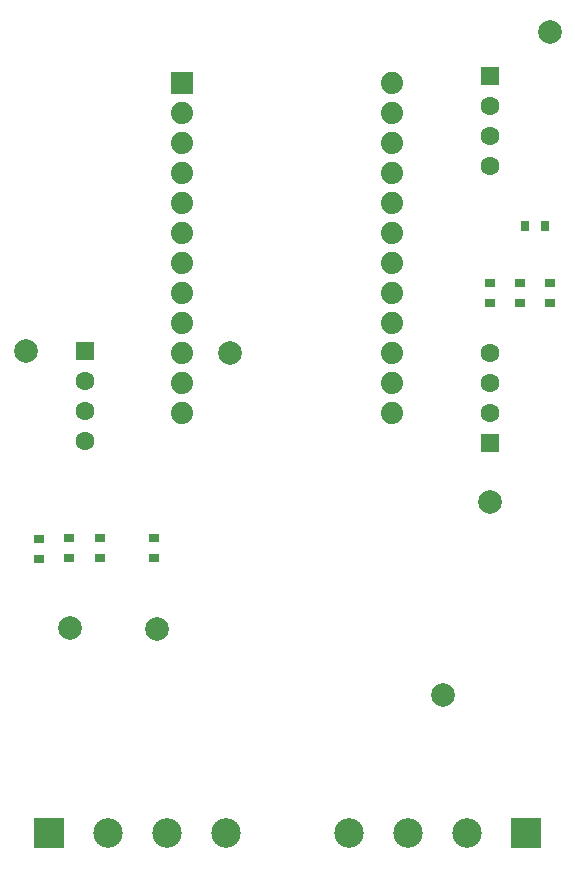
<source format=gts>
%FSLAX33Y33*%
%MOMM*%
%AMRect-W1600000-H1600000-RO1.000*
21,1,1.6,1.6,0.,0.,180*%
%AMRect-W1879600-H1879600-RO1.000*
21,1,1.8796,1.8796,0.,0.,180*%
%AMRect-W670710-H870710-RO1.500*
21,1,0.67071,0.87071,0.,0.,90*%
%AMRect-W670710-H870710-RO0.500*
21,1,0.67071,0.87071,0.,0.,270*%
%AMRect-W2500000-H2500000-RO1.500*
21,1,2.5,2.5,0.,0.,90*%
%AMRect-W2500000-H2500000-RO0.500*
21,1,2.5,2.5,0.,0.,270*%
%ADD10C,2.*%
%ADD11C,1.6*%
%ADD12Rect-W1600000-H1600000-RO1.000*%
%ADD13R,0.67071X0.87071*%
%ADD14C,1.8796*%
%ADD15C,1.8796*%
%ADD16Rect-W1879600-H1879600-RO1.000*%
%ADD17Rect-W670710-H870710-RO1.500*%
%ADD18R,1.6X1.6*%
%ADD19C,1.6*%
%ADD20Rect-W670710-H870710-RO0.500*%
%ADD21C,2.5*%
%ADD22Rect-W2500000-H2500000-RO1.500*%
%ADD23C,2.5*%
%ADD24Rect-W2500000-H2500000-RO0.500*%
D10*
%LNtop solder mask_traces*%
G01*
X-18425Y-32125D03*
X-11000Y-32225D03*
X-4850Y-8890D03*
X22250Y18300D03*
X17145Y-21450D03*
X13190Y-37805D03*
X-22150Y-8700D03*
%LNtop solder mask component 2c45c667da657ff7*%
D11*
X17145Y-13970D03*
X17145Y-11430D03*
X17145Y-8890D03*
D12*
X17145Y-16510D03*
%LNtop solder mask component 87b45da516ead0f5*%
D13*
X20105Y1905D03*
X21805Y1905D03*
%LNtop solder mask component 3d5d9854e51a6828*%
D14*
X-8890Y11430D03*
X-8890Y8890D03*
X-8890Y6350D03*
X-8890Y3810D03*
X-8890Y1270D03*
X-8890Y-1270D03*
X-8890Y-3810D03*
X-8890Y-6350D03*
X-8890Y-8890D03*
X-8890Y-11430D03*
X-8890Y-13970D03*
D15*
X8890Y-13970D03*
X8890Y-11430D03*
X8890Y-8890D03*
X8890Y-6350D03*
X8890Y-3810D03*
X8890Y-1270D03*
X8890Y1270D03*
X8890Y3810D03*
X8890Y6350D03*
X8890Y8890D03*
X8890Y11430D03*
X8890Y13970D03*
D16*
X-8890Y13970D03*
%LNtop solder mask component 6d3aea982238fda5*%
D17*
X22225Y-4660D03*
X22225Y-2960D03*
%LNtop solder mask component 6f932e20ef6d6c77*%
D18*
X17145Y14605D03*
D19*
X17145Y12065D03*
X17145Y9525D03*
X17145Y6985D03*
%LNtop solder mask component a85c78020cb388fc*%
D17*
X17145Y-4660D03*
X17145Y-2960D03*
%LNtop solder mask component b77673326f327343*%
D20*
X-18445Y-24550D03*
X-18445Y-26250D03*
%LNtop solder mask component f8ca9c4e8fb87baf*%
D21*
X-15200Y-49530D03*
X-10200Y-49530D03*
X-5200Y-49530D03*
D22*
X-20200Y-49530D03*
%LNtop solder mask component 062dd51c8313847b*%
D23*
X15200Y-49530D03*
X10200Y-49530D03*
X5200Y-49530D03*
D24*
X20200Y-49530D03*
%LNtop solder mask component 4edcd2a5291db4c3*%
D20*
X-15875Y-24550D03*
X-15875Y-26250D03*
%LNtop solder mask component c7f06b4002203921*%
D17*
X-11240Y-26250D03*
X-11240Y-24550D03*
%LNtop solder mask component ad7f060d7d443939*%
X19685Y-4660D03*
X19685Y-2960D03*
%LNtop solder mask component c45d16141bb1fcd4*%
D20*
X-20975Y-24605D03*
X-20975Y-26305D03*
%LNtop solder mask component 49e19032fee71c5c*%
D18*
X-17100Y-8700D03*
D19*
X-17100Y-11240D03*
X-17100Y-13780D03*
X-17100Y-16320D03*
M02*
</source>
